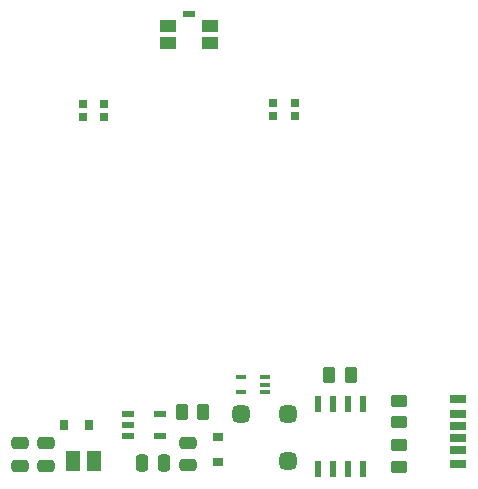
<source format=gbr>
%TF.GenerationSoftware,KiCad,Pcbnew,8.0.5*%
%TF.CreationDate,2024-11-06T13:54:45-05:00*%
%TF.ProjectId,BadgeKittyv2,42616467-654b-4697-9474-7976322e6b69,rev?*%
%TF.SameCoordinates,Original*%
%TF.FileFunction,Paste,Top*%
%TF.FilePolarity,Positive*%
%FSLAX46Y46*%
G04 Gerber Fmt 4.6, Leading zero omitted, Abs format (unit mm)*
G04 Created by KiCad (PCBNEW 8.0.5) date 2024-11-06 13:54:45*
%MOMM*%
%LPD*%
G01*
G04 APERTURE LIST*
G04 Aperture macros list*
%AMRoundRect*
0 Rectangle with rounded corners*
0 $1 Rounding radius*
0 $2 $3 $4 $5 $6 $7 $8 $9 X,Y pos of 4 corners*
0 Add a 4 corners polygon primitive as box body*
4,1,4,$2,$3,$4,$5,$6,$7,$8,$9,$2,$3,0*
0 Add four circle primitives for the rounded corners*
1,1,$1+$1,$2,$3*
1,1,$1+$1,$4,$5*
1,1,$1+$1,$6,$7*
1,1,$1+$1,$8,$9*
0 Add four rect primitives between the rounded corners*
20,1,$1+$1,$2,$3,$4,$5,0*
20,1,$1+$1,$4,$5,$6,$7,0*
20,1,$1+$1,$6,$7,$8,$9,0*
20,1,$1+$1,$8,$9,$2,$3,0*%
G04 Aperture macros list end*
%ADD10R,0.700000X0.700000*%
%ADD11R,1.000000X0.599999*%
%ADD12R,1.400000X0.700000*%
%ADD13R,1.400000X0.760000*%
%ADD14R,1.400000X0.800000*%
%ADD15RoundRect,0.250000X-0.475000X0.250000X-0.475000X-0.250000X0.475000X-0.250000X0.475000X0.250000X0*%
%ADD16RoundRect,0.250000X-0.262500X-0.450000X0.262500X-0.450000X0.262500X0.450000X-0.262500X0.450000X0*%
%ADD17R,0.900000X0.800000*%
%ADD18RoundRect,0.250000X-0.450000X0.262500X-0.450000X-0.262500X0.450000X-0.262500X0.450000X0.262500X0*%
%ADD19R,0.558800X1.460500*%
%ADD20RoundRect,0.362500X0.362500X0.362500X-0.362500X0.362500X-0.362500X-0.362500X0.362500X-0.362500X0*%
%ADD21RoundRect,0.250000X0.450000X-0.262500X0.450000X0.262500X-0.450000X0.262500X-0.450000X-0.262500X0*%
%ADD22RoundRect,0.250000X0.262500X0.450000X-0.262500X0.450000X-0.262500X-0.450000X0.262500X-0.450000X0*%
%ADD23R,1.400000X1.050000*%
%ADD24R,1.100000X0.500000*%
%ADD25RoundRect,0.250000X0.250000X0.475000X-0.250000X0.475000X-0.250000X-0.475000X0.250000X-0.475000X0*%
%ADD26R,0.838200X0.355600*%
%ADD27RoundRect,0.250000X0.475000X-0.250000X0.475000X0.250000X-0.475000X0.250000X-0.475000X-0.250000X0*%
%ADD28R,0.800000X0.900000*%
%ADD29R,1.168400X1.803400*%
G04 APERTURE END LIST*
D10*
%TO.C,D1*%
X102300493Y-100591356D03*
X102300493Y-99491356D03*
X100470493Y-99491356D03*
X100470493Y-100591356D03*
%TD*%
D11*
%TO.C,U2*%
X104283533Y-125701492D03*
X104283533Y-126651493D03*
X104283533Y-127601491D03*
X107033533Y-127601491D03*
X107033533Y-125701492D03*
%TD*%
D10*
%TO.C,D2*%
X116585300Y-100479969D03*
X116585300Y-99379969D03*
X118415300Y-99379969D03*
X118415300Y-100479969D03*
%TD*%
D12*
%TO.C,J1*%
X132244032Y-127756843D03*
D13*
X132244032Y-125736843D03*
D14*
X132244032Y-124506843D03*
D12*
X132244032Y-126756843D03*
D13*
X132244032Y-128776843D03*
D14*
X132244032Y-130006843D03*
%TD*%
D15*
%TO.C,C4*%
X97349892Y-128203005D03*
X97349892Y-130103005D03*
%TD*%
D16*
%TO.C,R4*%
X121325465Y-122400053D03*
X123150465Y-122400053D03*
%TD*%
D17*
%TO.C,D4*%
X111884985Y-129800356D03*
X111884985Y-127700356D03*
%TD*%
D18*
%TO.C,R2*%
X127254629Y-124602045D03*
X127254629Y-126427045D03*
%TD*%
D19*
%TO.C,U1*%
X124161485Y-124922820D03*
X122891485Y-124922820D03*
X121621485Y-124922820D03*
X120351485Y-124922820D03*
X120351485Y-130371120D03*
X121621485Y-130371120D03*
X122891485Y-130371120D03*
X124161485Y-130371120D03*
%TD*%
D20*
%TO.C,LS1*%
X117862173Y-125702559D03*
X113862173Y-125702559D03*
X117862173Y-129702559D03*
%TD*%
D21*
%TO.C,R1*%
X127225324Y-130201099D03*
X127225324Y-128376099D03*
%TD*%
D22*
%TO.C,R3*%
X110657503Y-125602546D03*
X108832503Y-125602546D03*
%TD*%
D23*
%TO.C,S1*%
X107674255Y-92867968D03*
X111274255Y-92867968D03*
X107674255Y-94317968D03*
X111274255Y-94317968D03*
D24*
X109474255Y-91892968D03*
%TD*%
D25*
%TO.C,C5*%
X107387851Y-129924068D03*
X105487851Y-129924068D03*
%TD*%
D26*
%TO.C,U3*%
X115916872Y-123909763D03*
X115916872Y-123259764D03*
X115916872Y-122609765D03*
X113834072Y-122609765D03*
X113834072Y-123909763D03*
%TD*%
D27*
%TO.C,C3*%
X109409822Y-130094695D03*
X109409822Y-128194695D03*
%TD*%
D28*
%TO.C,D3*%
X98902416Y-126654069D03*
X101002416Y-126654069D03*
%TD*%
D15*
%TO.C,C2*%
X95150061Y-128220882D03*
X95150061Y-130120882D03*
%TD*%
D29*
%TO.C,L1*%
X101423113Y-129691768D03*
X99670513Y-129691768D03*
%TD*%
M02*

</source>
